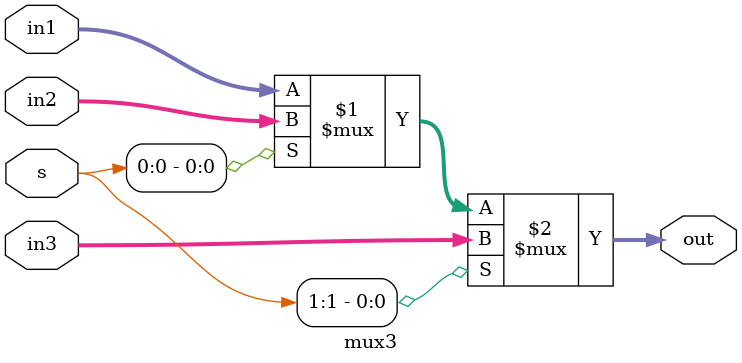
<source format=v>
module mux2(
	input s,
	input [31:0] in1, in2,
	output[31:0] out
	);
	
	assign out = s? in2: in1; 
	// s=0 -> in1
	// s=1 -> in2

endmodule

///////////////////////////////////////////////

module mux3(
	input [1:0]s,
	input [31:0] in1, in2, in3,
	output[31:0] out
	);
	
	assign out = s[1]? in3: (s[0]? in2: in1);
	// s=00 -> in1
	// s=01 -> in2
	// s=10 -> in3
endmodule
</source>
